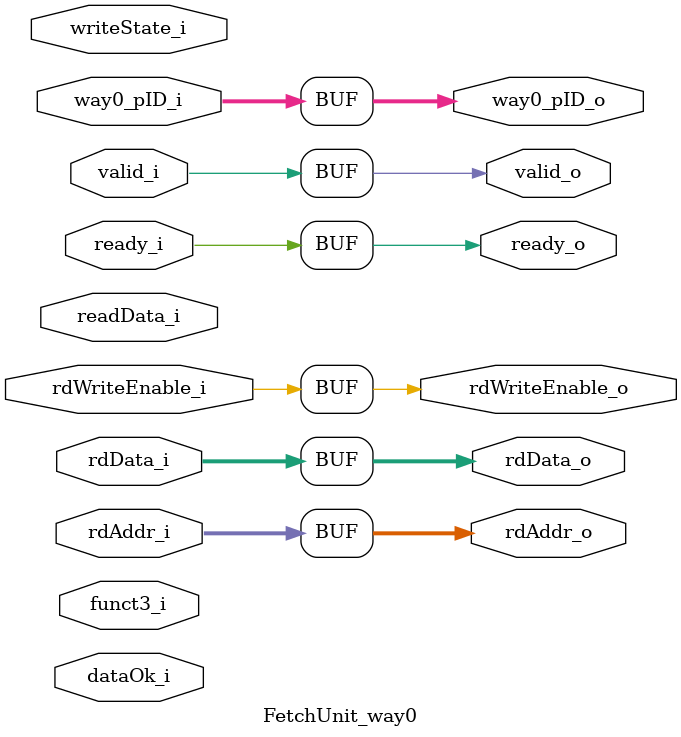
<source format=sv>
module FetchUnit_way0(
    `ifdef DebugMode
        input logic [31:0] instAddr_i,
        input logic [31:0] inst_i,
        output logic [31:0] instAddr_o,
        output logic [31:0] inst_o, 
        input logic clk,
        input logic reset_n,   
    `endif
    input logic rdWriteEnable_i,
    input logic [4:0] rdAddr_i,
    input logic [63:0] rdData_i,
    input logic valid_i,
    input logic ready_i,
    input logic [1:0] way0_pID_i,
    input logic [2:0] funct3_i,
    // input logic [31:0] readAddr_i,
    // input logic [31:0] writeAddr_i,
    // input logic [63:0] writeData_i,
    // input logic [3:0] writeMask_i, 
    // From RAM
    input logic [63:0] readData_i,
    input logic dataOk_i,
    input logic [2:0] writeState_i,
    // To WBU
    output logic rdWriteEnable_o,
    output logic [4:0] rdAddr_o,
    output logic [63:0] rdData_o,
    output logic valid_o,
    output logic ready_o,
    output logic [1:0] way0_pID_o
    // output logic dataOk_o,
    // output logic [2:0] writeState_o
    // To RAM
    // output logic [31:0] readAddr_o,
    // output logic [31:0] writeAddr_o,
    // output logic [63:0] writeData_o,
    // output logic [3:0] writeMask_o
);
    
    wire [63:0] readData;

    assign rdWriteEnable_o = rdWriteEnable_i;
    assign rdAddr_o = rdAddr_i;
    assign rdData_o = rdData_i;
    assign valid_o = valid_i;
    assign way0_pID_o = way0_pID_i;
    // assign readAddr_o = readAddr_i;
    // assign writeAddr_o = writeAddr_i;
    // assign writeData_o = writeData_i;
    // assign writeMask_o = writeMask_i;
     assign ready_o = ready_i;
    // assign dataOk_o = dataOk_i;
    // assign writeState_o = writeState_i;

    MuxKeyWithDefault #(7, 3, 64) MemTypeData_mux (readData, funct3_i, 64'b0, {
      //Ld
      3'b011, readData_i,
      //Lw
      3'b010, {{32{readData_i[31]}}, readData_i[31:0]},
      //Lh
      3'b001, {{48{readData_i[31]}}, readData_i[15:0]},
      //Lb
      3'b000, {{56{readData_i[31]}}, readData_i[7:0]},
      //Lbu
      3'b100, {{56{1'b0}}, readData_i[7:0]},
      //Lhu
      3'b101, {{48{1'b0}}, readData_i[15:0]},
      //Lwu
      3'b110, {{32{1'b0}}, readData_i[31:0]}
    });

    `ifdef DebugMode
        assign instAddr_o = instAddr_i;
        assign inst_o = inst_i;
    `endif

endmodule
</source>
